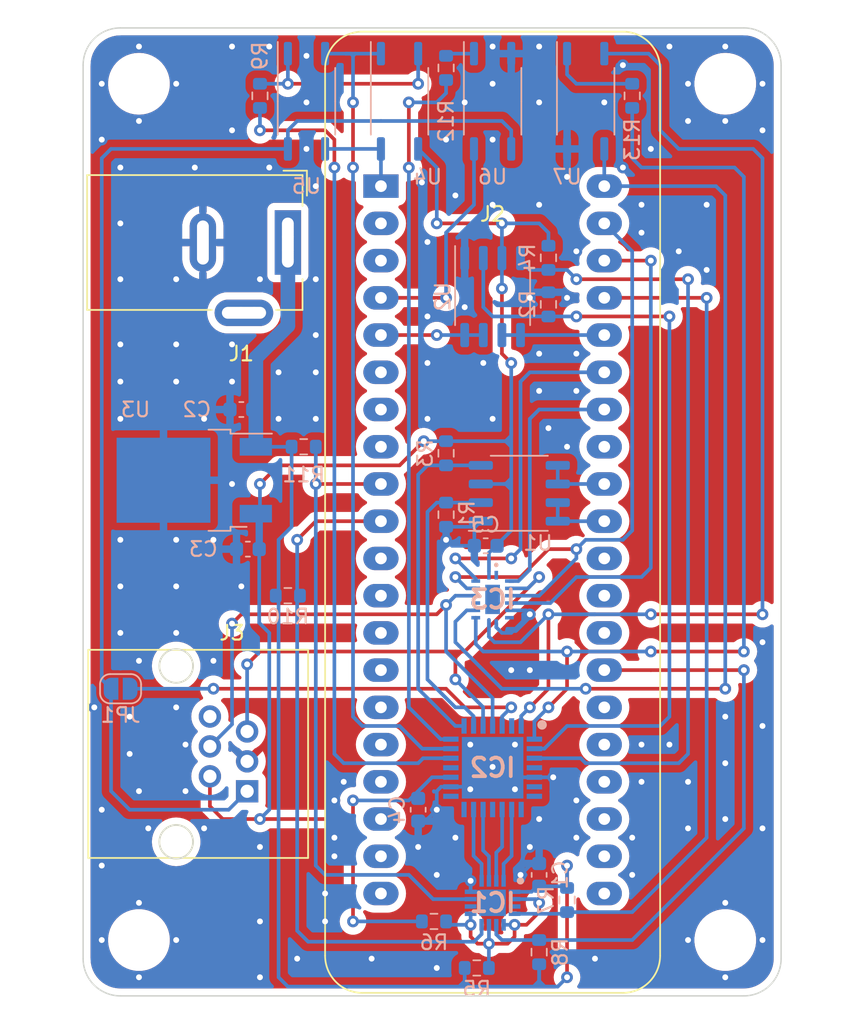
<source format=kicad_pcb>
(kicad_pcb (version 20211014) (generator pcbnew)
  (layers (0 "F.Cu" signal) (31 "B.Cu" signal) (34 "B.Paste" user) (35 "F.Paste" user) (36 "B.SilkS" user "B.Silkscreen") (37 "F.SilkS" user "F.Silkscreen") (38 "B.Mask" user) (39 "F.Mask" user) (44 "Edge.Cuts" user))
  (net 0 "")
  (net 1 "+9V")
  (net 2 "GND")
  (net 3 "+5V")
  (net 4 "/Vref")
  (net 6 "/Check8")
  (net 7 "/Check28")
  (net 8 "/Check18")
  (net 10 "/Check20")
  (net 11 "/Check20_DET")
  (net 12 "/Check18_DET")
  (net 13 "/Check28_DET")
  (net 14 "/Check8_DET")
  (net 18 "/B")
  (net 19 "/A")
  (net 20 "/VDD8_CTL")
  (net 21 "/VSS28_CTL")
  (net 22 "/VDD28_CTL")
  (net 23 "/MCLR8-18_CTL")
  (net 24 "/MCLR28_CTL")
  (net 27 "/VSS18_CTL")
  (net 28 "/VDD18_CTL")
  (net 29 "/PGC")
  (net 30 "/PGD")
  (net 31 "Net-(IC2-Pad26)")
  (net 34 "/PGC18")
  (net 35 "/PGD8-PGC28")
  (net 36 "/PGC8")
  (net 38 "/VSS8-PGD28")
  (net 40 "/PGD18")
  (net 43 "/VDD8-MCLR28")
  (net 46 "/MCLR8-18")
  (net 47 "/VSS18")
  (net 70 "/VSS28")
  (net 71 "/VDD28")
  (net 73 "/VDD18")
  (net 74 "/MCLR")
  (net 76 "Net-(R9-Pad1)")
  (net 77 "Net-(R12-Pad2)")
  (net 78 "Net-(R13-Pad2)")
  (footprint "MountingHole:MountingHole_3.2mm_M3" (layer "F.Cu") (at 97.79 109.855)
    (fp_text reference "REF**" hide)
    (fp_text value "MountingHole_3.2mm_M3")
  )
  (footprint "MountingHole:MountingHole_3.2mm_M3" (layer "F.Cu") (at 137.795 109.855)
    (fp_text reference "REF**" hide)
    (fp_text value "MountingHole_3.2mm_M3")
  )
  (footprint "lib:ZIF" (layer "F.Cu") (at 114.3 58.42)
    (fp_text reference "J2")
    (fp_text value "ZIF")
  )
  (footprint "MountingHole:MountingHole_3.2mm_M3" (layer "F.Cu") (at 97.79 51.435)
    (fp_text reference "REF**" hide)
    (fp_text value "MountingHole_3.2mm_M3")
  )
  (footprint "Connector_BarrelJack:BarrelJack_Wuerth_6941xx301002" (layer "F.Cu") (at 107.95 62.265 -90)
    (fp_text reference "J1")
    (fp_text value "Barrel_Jack_Switch")
  )
  (footprint "lib:6P6C" (layer "F.Cu") (at 100.33 97.155 -90)
    (fp_text reference "J3")
    (fp_text value "RJ12")
  )
  (footprint "MountingHole:MountingHole_3.2mm_M3" (layer "F.Cu") (at 137.795 51.435)
    (fp_text reference "REF**" hide)
    (fp_text value "MountingHole_3.2mm_M3")
  )
  (footprint "Package_SO:SOP-8_3.9x4.9mm_P1.27mm" (layer "B.Cu") (at 121.92 65.955 -90)
    (fp_text reference "U2")
    (fp_text value "TCP8407")
  )
  (footprint "lib:QFN50P300X300X100-17N" (layer "B.Cu") (at 121.92 107.315 180)
    (fp_text reference "IC1")
    (fp_text value "LM2901Q4T" hide)
  )
  (footprint "Resistor_SMD:R_0603_1608Metric" (layer "B.Cu") (at 125.095 110.68 90)
    (fp_text reference "R8")
    (fp_text value "10k")
  )
  (footprint "Resistor_SMD:R_0603_1608Metric" (layer "B.Cu") (at 131.445 52.26 90)
    (fp_text reference "R13")
    (fp_text value "390")
  )
  (footprint "Resistor_SMD:R_0603_1608Metric" (layer "B.Cu") (at 127 107.125 -90)
    (fp_text reference "R7")
    (fp_text value "10k")
  )
  (footprint "Capacitor_SMD:C_0603_1608Metric" (layer "B.Cu") (at 105.22 83.185 180)
    (fp_text reference "C3")
    (fp_text value "2.2u")
  )
  (footprint "Jumper:SolderJumper-2_P1.3mm_Open_RoundedPad1.0x1.5mm" (layer "B.Cu") (at 96.535 92.71)
    (fp_text reference "JP1")
    (fp_text value "SolderJumper")
  )
  (footprint "Capacitor_SMD:C_0603_1608Metric" (layer "B.Cu") (at 125.095 105.41 90)
    (fp_text reference "C1")
    (fp_text value "0.1u")
  )
  (footprint "Resistor_SMD:R_0603_1608Metric" (layer "B.Cu") (at 125.73 66.485 -90)
    (fp_text reference "R2")
    (fp_text value "10k")
  )
  (footprint "Package_SO:SOIC-4_4.55x3.7mm_P2.54mm" (layer "B.Cu") (at 128.27 52.63 -90)
    (fp_text reference "U7")
    (fp_text value "TLP172AM")
  )
  (footprint "Resistor_SMD:R_0603_1608Metric" (layer "B.Cu") (at 118.745 80.835 90)
    (fp_text reference "R1")
    (fp_text value "10k")
  )
  (footprint "lib:QFN65P600X600X100-29N-D" (layer "B.Cu") (at 121.92 98.1 180)
    (fp_text reference "IC2")
    (fp_text value "PIC18F27Q10-I_ML" hide)
  )
  (footprint "Resistor_SMD:R_0603_1608Metric" (layer "B.Cu") (at 118.745 76.645 -90)
    (fp_text reference "R3")
    (fp_text value "10k")
  )
  (footprint "Resistor_SMD:R_0603_1608Metric" (layer "B.Cu") (at 125.73 63.31 -90)
    (fp_text reference "R4")
    (fp_text value "10k")
  )
  (footprint "Resistor_SMD:R_0603_1608Metric" (layer "B.Cu") (at 109.03 76.2)
    (fp_text reference "R11")
    (fp_text value "10k")
  )
  (footprint "Resistor_SMD:R_0603_1608Metric" (layer "B.Cu") (at 120.84 111.76)
    (fp_text reference "R5")
    (fp_text value "10k")
  )
  (footprint "Resistor_SMD:R_0603_1608Metric" (layer "B.Cu") (at 106.045 52.26 -90)
    (fp_text reference "R9")
    (fp_text value "390")
  )
  (footprint "lib:TMUX1309BQBR" (layer "B.Cu") (at 121.92 86.614 180)
    (fp_text reference "IC3")
    (fp_text value "TMUX1309BQBR" hide)
  )
  (footprint "Package_TO_SOT_SMD:TO-252-2" (layer "B.Cu") (at 101.565 78.485 180)
    (fp_text reference "U3")
    (fp_text value locked "NJM2845")
  )
  (footprint "Resistor_SMD:R_0603_1608Metric" (layer "B.Cu") (at 118.745 50.355 90)
    (fp_text reference "R12")
    (fp_text value "390")
  )
  (footprint "Capacitor_SMD:C_0603_1608Metric" (layer "B.Cu") (at 116.84 100.965 -90)
    (fp_text reference "C4")
    (fp_text value "0.1u")
  )
  (footprint "Package_SO:SOP-8_3.9x4.9mm_P1.27mm" (layer "B.Cu") (at 123.74 79.375)
    (fp_text reference "U1")
    (fp_text value "TCP8407")
  )
  (footprint "Resistor_SMD:R_0603_1608Metric" (layer "B.Cu") (at 117.92 108.585)
    (fp_text reference "R6")
    (fp_text value "10k")
  )
  (footprint "Package_SO:SOIC-4_4.55x3.7mm_P2.54mm" (layer "B.Cu") (at 109.22 52.63 -90)
    (fp_text reference "U5")
    (fp_text value "TLP172AM")
  )
  (footprint "Package_SO:SOIC-4_4.55x3.7mm_P2.54mm" (layer "B.Cu") (at 115.57 52.63 -90)
    (fp_text reference "U4")
    (fp_text value "TLP172AM")
  )
  (footprint "Package_SO:SOIC-4_4.55x3.7mm_P2.54mm" (layer "B.Cu") (at 121.92 52.63 -90)
    (fp_text reference "U6")
    (fp_text value "TLP172AM")
  )
  (footprint "Capacitor_SMD:C_0603_1608Metric" (layer "B.Cu") (at 104.775 73.66 180)
    (fp_text reference "C2")
    (fp_text value "0.33u")
  )
  (footprint "Capacitor_SMD:C_0603_1608Metric" (layer "B.Cu") (at 121.4498 82.9564 180)
    (fp_text reference "C5")
    (fp_text value "0.1u")
  )
  (footprint "Resistor_SMD:R_0603_1608Metric" (layer "B.Cu") (at 107.95 86.36)
    (fp_text reference "R10")
    (fp_text value "10k")
  )
  (gr_arc locked (start 141.605 111.125) (mid 140.861051 112.921051) (end 139.065 113.665) (layer "Edge.Cuts") (width 0.1))
  (gr_circle (center 102.1588 62.3118) (end 102.5088 62.3118) (layer "Edge.Cuts") (width 0.1) (fill none))
  (gr_circle (center 107.95 61.4878) (end 108.3 61.4878) (layer "Edge.Cuts") (width 0.1) (fill none))
  (gr_circle (center 107.95 62.007) (end 108.3 62.007) (layer "Edge.Cuts") (width 0.1) (fill none))
  (gr_circle (center 102.1588 62.0466) (end 102.5088 62.0466) (layer "Edge.Cuts") (width 0.1) (fill none))
  (gr_circle (center 102.1588 62.992) (end 102.5088 62.992) (layer "Edge.Cuts") (width 0.1) (fill none))
  (gr_circle locked (center 100.33 91.155) (end 101.48 91.155) (layer "Edge.Cuts") (width 0.1) (fill none))
  (gr_circle (center 107.95 63.1952) (end 108.3 63.1952) (layer "Edge.Cuts") (width 0.1) (fill none))
  (gr_circle (center 105.6386 67.056) (end 105.6386 66.706) (layer "Edge.Cuts") (width 0.1) (fill none))
  (gr_circle locked (center 100.33 103.155) (end 101.48 103.155) (layer "Edge.Cuts") (width 0.1) (fill none))
  (gr_circle (center 102.1588 62.8142) (end 102.5088 62.8142) (layer "Edge.Cuts") (width 0.1) (fill none))
  (gr_circle (center 102.1588 61.7926) (end 102.5088 61.7926) (layer "Edge.Cuts") (width 0.1) (fill none))
  (gr_circle (center 107.95 61.88) (end 108.3 61.88) (layer "Edge.Cuts") (width 0.1) (fill none))
  (gr_circle (center 105.0092 67.056) (end 105.0092 66.706) (layer "Edge.Cuts") (width 0.1) (fill none))
  (gr_circle (center 107.95 62.7634) (end 108.3 62.7634) (layer "Edge.Cuts") (width 0.1) (fill none))
  (gr_circle (center 102.1588 62.1848) (end 102.5088 62.1848) (layer "Edge.Cuts") (width 0.1) (fill none))
  (gr_circle (center 104.8822 67.056) (end 104.8822 66.706) (layer "Edge.Cuts") (width 0.1) (fill none))
  (gr_circle (center 107.95 62.5094) (end 108.3 62.5094) (layer "Edge.Cuts") (width 0.1) (fill none))
  (gr_circle (center 102.1588 61.4172) (end 102.5088 61.4172) (layer "Edge.Cuts") (width 0.1) (fill none))
  (gr_circle (center 102.1588 63.373) (end 102.5088 63.373) (layer "Edge.Cuts") (width 0.1) (fill none))
  (gr_circle (center 104.617 67.056) (end 104.617 66.706) (layer "Edge.Cuts") (width 0.1) (fill none))
  (gr_circle (center 107.95 62.261) (end 108.3 62.261) (layer "Edge.Cuts") (width 0.1) (fill none))
  (gr_circle (center 107.95 63.4492) (end 108.3 63.4492) (layer "Edge.Cuts") (width 0.1) (fill none))
  (gr_circle (center 104.2416 67.056) (end 104.2416 66.706) (layer "Edge.Cuts") (width 0.1) (fill none))
  (gr_circle (center 104.7552 67.056) (end 104.7552 66.706) (layer "Edge.Cuts") (width 0.1) (fill none))
  (gr_circle (center 102.1588 62.6872) (end 102.5088 62.6872) (layer "Edge.Cuts") (width 0.1) (fill none))
  (gr_line locked (start 139.065 113.665) (end 96.52 113.665) (layer "Edge.Cuts") (width 0.1))
  (gr_circle (center 102.1588 61.9196) (end 102.5088 61.9196) (layer "Edge.Cuts") (width 0.1) (fill none))
  (gr_circle (center 107.95 62.6364) (end 108.3 62.6364) (layer "Edge.Cuts") (width 0.1) (fill none))
  (gr_circle (center 102.1588 62.0578) (end 102.5088 62.0578) (layer "Edge.Cuts") (width 0.1) (fill none))
  (gr_circle (center 107.95 62.3824) (end 108.3 62.3824) (layer "Edge.Cuts") (width 0.1) (fill none))
  (gr_circle (center 102.1588 61.2902) (end 102.5088 61.2902) (layer "Edge.Cuts") (width 0.1) (fill none))
  (gr_circle (center 105.5116 67.056) (end 105.5116 66.706) (layer "Edge.Cuts") (width 0.1) (fill none))
  (gr_circle (center 104.744 67.056) (end 104.744 66.706) (layer "Edge.Cuts") (width 0.1) (fill none))
  (gr_circle (center 103.8606 67.056) (end 103.8606 66.706) (layer "Edge.Cuts") (width 0.1) (fill none))
  (gr_arc locked (start 139.065 47.625) (mid 140.861051 48.368949) (end 141.605 50.165) (layer "Edge.Cuts") (width 0.1))
  (gr_circle (center 107.95 63.5762) (end 108.3 63.5762) (layer "Edge.Cuts") (width 0.1) (fill none))
  (gr_circle (center 107.95 61.7418) (end 108.3 61.7418) (layer "Edge.Cuts") (width 0.1) (fill none))
  (gr_circle (center 107.95 63.0682) (end 108.3 63.0682) (layer "Edge.Cuts") (width 0.1) (fill none))
  (gr_circle (center 104.363 67.056) (end 104.363 66.706) (layer "Edge.Cuts") (width 0.1) (fill none))
  (gr_circle (center 107.95 62.9412) (end 108.3 62.9412) (layer "Edge.Cuts") (width 0.1) (fill none))
  (gr_circle (center 107.95 62.134) (end 108.3 62.134) (layer "Edge.Cuts") (width 0.1) (fill none))
  (gr_line locked (start 96.52 47.625) (end 139.065 47.625) (layer "Edge.Cuts") (width 0.1))
  (gr_circle (center 105.8164 67.056) (end 105.8164 66.706) (layer "Edge.Cuts") (width 0.1) (fill none))
  (gr_circle (center 106.0704 67.056) (end 106.0704 66.706) (layer "Edge.Cuts") (width 0.1) (fill none))
  (gr_circle (center 107.95 61.6148) (end 108.3 61.6148) (layer "Edge.Cuts") (width 0.1) (fill none))
  (gr_circle (center 107.95 63.4492) (end 108.3 63.4492) (layer "Edge.Cuts") (width 0.1) (fill none))
  (gr_arc locked (start 93.98 50.165) (mid 94.723949 48.368949) (end 96.52 47.625) (layer "Edge.Cuts") (width 0.1))
  (gr_circle (center 103.9876 67.056) (end 103.9876 66.706) (layer "Edge.Cuts") (width 0.1) (fill none))
  (gr_circle (center 107.95 61.1124) (end 108.3 61.1124) (layer "Edge.Cuts") (width 0.1) (fill none))
  (gr_circle (center 105.2576 67.056) (end 105.2576 66.706) (layer "Edge.Cuts") (width 0.1) (fill none))
  (gr_arc locked (start 96.52 113.665) (mid 94.723949 112.921051) (end 93.98 111.125) (layer "Edge.Cuts") (width 0.1))
  (gr_circle (center 102.1588 61.6656) (end 102.5088 61.6656) (layer "Edge.Cuts") (width 0.1) (fill none))
  (gr_circle (center 105.1362 67.056) (end 105.1362 66.706) (layer "Edge.Cuts") (width 0.1) (fill none))
  (gr_circle (center 107.95 62.8142) (end 108.3 62.8142) (layer "Edge.Cuts") (width 0.1) (fill none))
  (gr_circle (center 105.3846 67.056) (end 105.3846 66.706) (layer "Edge.Cuts") (width 0.1) (fill none))
  (gr_circle (center 105.9434 67.056) (end 105.9434 66.706) (layer "Edge.Cuts") (width 0.1) (fill none))
  (gr_circle (center 107.95 61.8688) (end 108.3 61.8688) (layer "Edge.Cuts") (width 0.1) (fill none))
  (gr_circle (center 104.1146 67.056) (end 104.1146 66.706) (layer "Edge.Cuts") (width 0.1) (fill none))
  (gr_circle (center 107.95 61.2394) (end 108.3 61.2394) (layer "Edge.Cuts") (width 0.1) (fill none))
  (gr_line locked (start 93.98 50.165) (end 93.98 111.125) (layer "Edge.Cuts") (width 0.1))
  (gr_circle (center 105.6894 67.056) (end 105.6894 66.706) (layer "Edge.Cuts") (width 0.1) (fill none))
  (gr_circle (center 102.1588 62.4388) (end 102.5088 62.4388) (layer "Edge.Cuts") (width 0.1) (fill none))
  (gr_circle (center 102.1588 62.9412) (end 102.5088 62.9412) (layer "Edge.Cuts") (width 0.1) (fill none))
  (gr_line locked (start 141.605 50.165) (end 141.605 111.125) (layer "Edge.Cuts") (width 0.1))
  (gr_circle (center 107.95 63.3222) (end 108.3 63.3222) (layer "Edge.Cuts") (width 0.1) (fill none))
  (gr_circle (center 102.1588 61.5442) (end 102.5088 61.5442) (layer "Edge.Cuts") (width 0.1) (fill none))
  (gr_circle (center 102.1588 63.246) (end 102.5088 63.246) (layer "Edge.Cuts") (width 0.1) (fill none))
  (gr_circle (center 102.1588 62.5602) (end 102.5088 62.5602) (layer "Edge.Cuts") (width 0.1) (fill none))
  (gr_circle (center 102.1588 63.119) (end 102.5088 63.119) (layer "Edge.Cuts") (width 0.1) (fill none))
  (gr_circle (center 102.1588 61.1632) (end 102.5088 61.1632) (layer "Edge.Cuts") (width 0.1) (fill none))
  (gr_circle (center 107.95 61.3664) (end 108.3 61.3664) (layer "Edge.Cuts") (width 0.1) (fill none))
  (gr_circle (center 104.49 67.056) (end 104.49 66.706) (layer "Edge.Cuts") (width 0.1) (fill none))
  (gr_circle (center 107.95 60.9854) (end 108.3 60.9854) (layer "Edge.Cuts") (width 0.1) (fill none))
  (segment (start 127 104.775) (end 127 112.395) (width 0.25) (layer "F.Cu") (net 1))
  (via (at 127 112.395) (size 0.8) (drill 0.4) (layers "F.Cu" "B.Cu") (net 1))
  (via (at 127 104.775) (size 0.8) (drill 0.4) (layers "F.Cu" "B.Cu") (net 1))
  (segment (start 127 106.3) (end 127 104.775) (width 0.25) (layer "B.Cu") (net 1))
  (segment (start 125.095 112.649) (end 125.476 113.03) (width 0.25) (layer "B.Cu") (net 1))
  (segment (start 120.015 112.649) (end 120.396 113.03) (width 0.25) (layer "B.Cu") (net 1))
  (segment (start 124.714 113.03) (end 125.095 113.03) (width 0.25) (layer "B.Cu") (net 1))
  (segment (start 127 112.395) (end 126.365 113.03) (width 0.25) (layer "B.Cu") (net 1))
  (segment (start 125.095 113.03) (end 125.476 113.03) (width 0.25) (layer "B.Cu") (net 1))
  (segment (start 120.015 112.649) (end 119.634 113.03) (width 0.25) (layer "B.Cu") (net 1))
  (segment (start 124.575 106.565) (end 125.095 106.045) (width 0.25) (layer "B.Cu") (net 1))
  (segment (start 123.42 106.565) (end 124.575 106.565) (width 0.25) (layer "B.Cu") (net 1))
  (segment (start 120.015 112.395) (end 120.015 112.522) (width 0.25) (layer "B.Cu") (net 1))
  (segment (start 108.205 81.66) (end 107.315 82.55) (width 0.25) (layer "B.Cu") (net 1))
  (segment (start 107.315 82.55) (end 107.315 112.395) (width 0.25) (layer "B.Cu") (net 1))
  (segment (start 107.125 86.36) (end 107.315 86.36) (width 0.25) (layer "B.Cu") (net 1))
  (segment (start 119.634 113.03) (end 107.95 113.03) (width 0.25) (layer "B.Cu") (net 1))
  (segment (start 120.015 113.03) (end 120.396 113.03) (width 0.25) (layer "B.Cu") (net 1))
  (segment (start 125.095 111.505) (end 125.095 113.03) (width 0.25) (layer "B.Cu") (net 1))
  (segment (start 125.476 113.03) (end 126.365 113.03) (width 0.25) (layer "B.Cu") (net 1))
  (segment (start 120.015 113.03) (end 119.634 113.03) (width 0.25) (layer "B.Cu") (net 1))
  (segment (start 120.015 112.522) (end 120.015 113.03) (width 0.25) (layer "B.Cu") (net 1))
  (segment (start 125.095 106.185) (end 126.86 106.185) (width 0.25) (layer "B.Cu") (net 1))
  (segment (start 120.015 112.395) (end 120.015 112.649) (width 0.25) (layer "B.Cu") (net 1))
  (segment (start 105.765 76.205) (end 107.945 76.205) (width 0.25) (layer "B.Cu") (net 1))
  (segment (start 105.765 70.13) (end 107.95 67.945) (width 1) (layer "B.Cu") (net 1))
  (segment (start 107.95 113.03) (end 107.315 112.395) (width 0.25) (layer "B.Cu") (net 1))
  (segment (start 120.396 113.03) (end 124.714 113.03) (width 0.25) (layer "B.Cu") (net 1))
  (segment (start 105.765 76.205) (end 105.765 70.13) (width 1) (layer "B.Cu") (net 1))
  (segment (start 125.095 111.505) (end 125.095 112.649) (width 0.25) (layer "B.Cu") (net 1))
  (segment (start 125.095 112.649) (end 124.714 113.03) (width 0.25) (layer "B.Cu") (net 1))
  (segment (start 120.015 112.522) (end 120.015 112.649) (width 0.25) (layer "B.Cu") (net 1))
  (segment (start 107.95 62.265) (end 107.95 67.945) (width 1) (layer "B.Cu") (net 1))
  (segment (start 120.015 111.76) (end 120.015 112.395) (width 0.25) (layer "B.Cu") (net 1))
  (segment (start 108.205 76.2) (end 108.205 81.66) (width 0.25) (layer "B.Cu") (net 1))
  (segment (start 127.635 85.09) (end 127.635 87.63) (width 0.25) (layer "F.Cu") (net 2))
  (segment (start 124.46 87.63) (end 127 85.09) (width 0.25) (layer "F.Cu") (net 2))
  (segment (start 127.635 87.63) (end 127.635 88.9) (width 0.25) (layer "F.Cu") (net 2))
  (segment (start 128.27 90.17) (end 131.445 90.17) (width 0.25) (layer "F.Cu") (net 2))
  (segment (start 127.635 85.09) (end 132.08 85.09) (width 0.25) (layer "F.Cu") (net 2))
  (segment (start 127.635 89.535) (end 128.27 90.17) (width 0.25) (layer "F.Cu") (net 2))
  (segment (start 127 85.09) (end 127.635 85.09) (width 0.25) (layer "F.Cu") (net 2))
  (segment (start 127.635 88.9) (end 127.635 89.535) (width 0.25) (layer "F.Cu") (net 2))
  (segment (start 127.635 87.63) (end 131.445 87.63) (width 0.25) (layer "F.Cu") (net 2))
  (via (at 96.52 71.755) (size 0.8) (drill 0.4) (layers "F.Cu" "B.Cu") (net 2))
  (via (at 111.125 100.33) (size 0.8) (drill 0.4) (layers "F.Cu" "B.Cu") (net 2))
  (via (at 107.315 74.295) (size 0.8) (drill 0.4) (layers "F.Cu" "B.Cu") (net 2))
  (via (at 132.08 96.52) (size 0.8) (drill 0.4) (layers "F.Cu" "B.Cu") (net 2))
  (via (at 106.68 48.895) (size 0.8) (drill 0.4) (layers "F.Cu" "B.Cu") (net 2))
  (via (at 100.965 96.52) (size 0.8) (drill 0.4) (layers "F.Cu" "B.Cu") (net 2))
  (via (at 121.92 51.435) (size 0.8) (drill 0.4) (layers "F.Cu" "B.Cu") (net 2))
  (via (at 100.33 71.755) (size 0.8) (drill 0.4) (layers "F.Cu" "B.Cu") (net 2))
  (via (at 106.045 64.77) (size 0.8) (drill 0.4) (layers "F.Cu" "B.Cu") (net 2))
  (via (at 102.87 90.805) (size 0.8) (drill 0.4) (layers "F.Cu" "B.Cu") (net 2))
  (via (at 124.46 103.505) (size 0.8) (drill 0.4) (layers "F.Cu" "B.Cu") (net 2))
  (via (at 100.33 82.55) (size 0.8) (drill 0.4) (layers "F.Cu" "B.Cu") (net 2))
  (via (at 132.08 99.06) (size 0.8) (drill 0.4) (layers "F.Cu" "B.Cu") (net 2))
  (via (at 137.795 48.895) (size 0.8) (drill 0.4) (layers "F.Cu" "B.Cu") (net 2))
  (via (at 97.155 94.615) (size 0.8) (drill 0.4) (layers "F.Cu" "B.Cu") (net 2))
  (via (at 111.76 99.06) (size 0.8) (drill 0.4) (layers "F.Cu" "B.Cu") (net 2))
  (via (at 118.745 82.55) (size 0.8) (drill 0.4) (layers "F.Cu" "B.Cu") (net 2))
  (via (at 121.285 70.485) (size 0.8) (drill 0.4) (layers "F.Cu" "B.Cu") (net 2))
  (via (at 121.92 74.295) (size 0.8) (drill 0.4) (layers "F.Cu" "B.Cu") (net 2))
  (via (at 117.475 70.485) (size 0.8) (drill 0.4) (layers "F.Cu" "B.Cu") (net 2))
  (via (at 97.79 48.895) (size 0.8) (drill 0.4) (layers "F.Cu" "B.Cu") (net 2))
  (via (at 127.635 100.33) (size 0.8) (drill 0.4) (layers "F.Cu" "B.Cu") (net 2))
  (via (at 97.79 107.315) (size 0.8) (drill 0.4) (layers "F.Cu" "B.Cu") (net 2))
  (via (at 132.08 61.595) (size 0.8) (drill 0.4) (layers "F.Cu" "B.Cu") (net 2))
  (via (at 132.715 55.88) (size 0.8) (drill 0.4) (layers "F.Cu" "B.Cu") (net 2))
  (via (at 96.52 64.77) (size 0.8) (drill 0.4) (layers "F.Cu" "B.Cu") (net 2))
  (via (at 127 76.2) (size 0.8) (drill 0.4) (layers "F.Cu" "B.Cu") (net 2))
  (via (at 125.73 74.93) (size 0.8) (drill 0.4) (layers "F.Cu" "B.Cu") (net 2))
  (via (at 140.335 54.61) (size 0.8) (drill 0.4) (layers "F.Cu" "B.Cu") (net 2))
  (via (at 100.33 51.435) (size 0.8) (drill 0.4) (layers "F.Cu" "B.Cu") (net 2))
  (via (at 124.46 66.04) (size 0.8) (drill 0.4) (layers "F.Cu" "B.Cu") (net 2))
  (via (at 128.905 111.125) (size 0.8) (drill 0.4) (layers "F.Cu" "B.Cu") (net 2))
  (via (at 120.015 52.705) (size 0.8) (drill 0.4) (layers "F.Cu" "B.Cu") (net 2))
  (via (at 104.14 48.895) (size 0.8) (drill 0.4) (layers "F.Cu" "B.Cu") (net 2))
  (via (at 120.396 99.568) (size 0.8) (drill 0.4) (layers "F.Cu" "B.Cu") (net 2))
  (via (at 140.335 102.235) (size 0.8) (drill 0.4) (layers "F.Cu" "B.Cu") (net 2))
  (via (at 140.335 109.855) (size 0.8) (drill 0.4) (layers "F.Cu" "B.Cu") (net 2))
  (via (at 97.79 112.395) (size 0.8) (drill 0.4) (layers "F.Cu" "B.Cu") (net 2))
  (via (at 127.635 102.87) (size 0.8) (drill 0.4) (layers "F.Cu" "B.Cu") (net 2))
  (via (at 98.425 102.235) (size 0.8) (drill 0.4) (layers "F.Cu" "B.Cu") (net 2))
  (via (at 106.045 103.505) (size 0.8) (drill 0.4) (layers "F.Cu" "B.Cu") (net 2))
  (via (at 104.14 78.74) (size 0.8) (drill 0.4) (layers "F.Cu" "B.Cu") (net 2))
  (via (at 96.52 88.9) (size 0.8) (drill 0.4) (layers "F.Cu" "B.Cu") (net 2))
  (via (at 123.825 105.41) (size 0.8) (drill 0.4) (layers "F.Cu" "B.Cu") (net 2))
  (via (at 130.81 50.165) (size 0.8) (drill 0.4) (layers "F.Cu" "B.Cu") (net 2))
  (via (at 100.33 88.9) (size 0.8) (drill 0.4) (layers "F.Cu" "B.Cu") (net 2))
  (via (at 132.08 59.69) (size 0.8) (drill 0.4) (layers "F.Cu" "B.Cu") (net 2))
  (via (at 137.795 97.79) (size 0.8) (drill 0.4) (layers "F.Cu" "B.Cu") (net 2))
  (via (at 113.665 111.125) (size 0.8) (drill 0.4) (layers "F.Cu" "B.Cu") (net 2))
  (via (at 104.775 85.725) (size 0.8) (drill 0.4) (layers "F.Cu" "B.Cu") (net 2))
  (via (at 94.742 93.98) (size 0.8) (drill 0.4) (layers "F.Cu" "B.Cu") (net 2))
  (via (at 111.125 102.87) (size 0.8) (drill 0.4) (layers "F.Cu" "B.Cu") (net 2))
  (via (at 137.795 112.395) (size 0.8) (drill 0.4) (layers "F.Cu" "B.Cu") (net 2))
  (via (at 97.79 53.975) (size 0.8) (drill 0.4) (layers "F.Cu" "B.Cu") (net 2))
  (via (at 130.81 57.15) (size 0.8) (drill 0.4) (layers "F.Cu" "B.Cu") (net 2))
  (via (at 102.235 102.235) (size 0.8) (drill 0.4) (layers "F.Cu" "B.Cu") (net 2))
  (via (at 137.795 94.615) (size 0.8) (drill 0.4) (layers "F.Cu" "B.Cu") (net 2))
  (via (at 109.22 55.88) (size 0.8) (drill 0.4) (layers "F.Cu" "B.Cu") (net 2))
  (via (at 116.84 103.505) (size 0.8) (drill 0.4) (layers "F.Cu" "B.Cu") (net 2))
  (via (at 95.25 55.245) (size 0.8) (drill 0.4) (layers "F.Cu" "B.Cu") (net 2))
  (via (at 95.25 104.775) (size 0.8) (drill 0.4) (layers "F.Cu" "B.Cu") (net 2))
  (via (at 102.87 82.55) (size 0.8) (drill 0.4) (layers "F.Cu" "B.Cu") (net 2))
  (via (at 106.68 57.15) (size 0.8) (drill 0.4) (layers "F.Cu" "B.Cu") (net 2))
  (via (at 100.33 69.215) (size 0.8) (drill 0.4) (layers "F.Cu" "B.Cu") (net 2))
  (via (at 125.095 72.39) (size 0.8) (drill 0.4) (layers "F.Cu" "B.Cu") (net 2))
  (via (at 136.525 64.135) (size 0.8) (drill 0.4) (layers "F.Cu" "B.Cu") (net 2))
  (via (at 96.52 69.215) (size 0.8) (drill 0.4) (layers "F.Cu" "B.Cu") (net 2))
  (via (at 97.155 97.155) (size 0.8) (drill 0.4) (layers "F.Cu" "B.Cu") (net 2))
  (via (at 135.255 51.435) (size 0.8) (drill 0.4) (layers "F.Cu" "B.Cu") (net 2))
  (via (at 104.14 54.61) (size 0.8) (drill 0.4) (layers "F.Cu" "B.Cu") (net 2))
  (via (at 96.52 57.15) (size 0.8) (drill 0.4) (layers "F.Cu" "B.Cu") (net 2))
  (via (at 136.525 59.69) (size 0.8) (drill 0.4) (layers "F.Cu" "B.Cu") (net 2))
  (via (at 121.92 48.895) (size 0.8) (drill 0.4) (layers "F.Cu" "B.Cu") (net 2))
  (via (at 109.22 52.705) (size 0.8) (drill 0.4) (layers "F.Cu" "B.Cu") (net 2))
  (via (at 135.255 109.855) (size 0.8) (drill 0.4) (layers "F.Cu" "B.Cu") (net 2))
  (via (at 133.985 48.895) (size 0.8) (drill 0.4) (layers "F.Cu" "B.Cu") (net 2))
  (via (at 109.855 74.295) (size 0.8) (drill 0.4) (layers "F.Cu" "B.Cu") (net 2))
  (via (at 135.255 99.06) (size 0.8) (drill 0.4) (layers "F.Cu" "B.Cu") (net 2))
  (via (at 100.33 93.98) (size 0.8) (drill 0.4) (layers "F.Cu" "B.Cu") (net 2))
  (via (at 121.92 55.245) (size 0.8) (drill 0.4) (layers "F.Cu" "B.Cu") (net 2))
  (via (at 118.745 55.245) (size 0.8) (drill 0.4) (layers "F.Cu" "B.Cu") (net 2))
  (via (at 95.25 51.435) (size 0.8) (drill 0.4) (layers "F.Cu" "B.Cu") (net 2))
  (via (at 117.475 74.295) (size 0.8) (drill 0.4) (layers "F.Cu" "B.Cu") (net 2))
  (via (at 95.25 109.855) (size 0.8) (drill 0.4) (layers "F.Cu" "B.Cu") (net 2))
  (via (at 109.855 68.58) (size 0.8) (drill 0.4) (layers "F.Cu" "B.Cu") (net 2))
  (via (at 127 57.785) (size 0.8) (drill 0.4) (layers "F.Cu" "B.Cu") (net 2))
  (via (at 118.11 105.41) (size 0.8) (drill 0.4) (layers "F.Cu" "B.Cu") (net 2))
  (via (at 100.33 85.725) (size 0.8) (drill 0.4) (layers "F.Cu" "B.Cu") (net 2))
  (via (at 102.235 74.295) (size 0.8) (drill 0.4) (layers "F.Cu" "B.Cu") (net 2))
  (via (at 119.38 102.87) (size 0.8) (drill 0.4) (layers "F.Cu" "B.Cu") (net 2))
  (via (at 134.62 62.865) (size 0.8) (drill 0.4) (layers "F.Cu" "B.Cu") (net 2))
  (via (at 96.52 74.295) (size 0.8) (drill 0.4) (layers "F.Cu" "B.Cu") (net 2))
  (via (at 125.095 101.6) (size 0.8) (drill 0.4) (layers "F.Cu" "B.Cu") (net 2))
  (via (at 120.015 66.675) (size 0.8) (drill 0.4) (layers "F.Cu" "B.Cu") (net 2))
  (via (at 129.54 52.705) (size 0.8) (drill 0.4) (layers "F.Cu" "B.Cu") (net 2))
  (via (at 119.38 59.055) (size 0.8) (drill 0.4) (layers "F.Cu" "B.Cu") (net 2))
  (via (at 109.855 71.12) (size 0.8) (drill 0.4) (layers "F.Cu" "B.Cu") (net 2))
  (via (at 126.055 98.75) (size 0.8) (drill 0.4) (layers "F.Cu" "B.Cu") (net 2))
  (via (at 125.095 69.85) (size 0.8) (drill 0.4) (layers "F.Cu" "B.Cu") (net 2))
  (via (at 101.6 57.15) (size 0.8) (drill 0.4) (layers "F.Cu" "B.Cu") (net 2))
  (via (at 123.19 91.44) (size 0.8) (drill 0.4) (layers "F.Cu" "B.Cu") (net 2))
  (via (at 123.444 99.568) (size 0.8) (drill 0.4) (layers "F.Cu" "B.Cu") (net 2))
  (via (at 109.855 58.42) (size 0.8) (drill 0.4) (layers "F.Cu" "B.Cu") (net 2))
  (via (at 107.315 71.12) (size 0.8) (drill 0.4) (layers "F.Cu" "B.Cu") (net 2))
  (via (at 125.095 59.69) (size 0.8) (drill 0.4) (layers "F.Cu" "B.Cu") (net 2))
  (via (at 110.49 106.68) (size 0.8) (drill 0.4) (layers "F.Cu" "B.Cu") (net 2))
  (via (at 137.795 107.315) (size 0.8) (drill 0.4) (layers "F.Cu" "B.Cu") (net 2))
  (via (at 133.985 96.52) (size 0.8) (drill 0.4) (layers "F.Cu" "B.Cu") (net 2))
  (via (at 96.52 85.725) (size 0.8) (drill 0.4) (layers "F.Cu" "B.Cu") (net 2))
  (via (at 137.795 101.6) (size 0.8) (drill 0.4) (layers "F.Cu" "B.Cu") (net 2))
  (via (at 140.335 95.25) (size 0.8) (drill 0.4) (layers "F.Cu" "B.Cu") (net 2))
  (via (at 125.095 48.895) (size 0.8) (drill 0.4) (layers "F.Cu" "B.Cu") (net 2))
  (via (at 97.79 90.805) (size 0.8) (drill 0.4) (layers "F.Cu" "B.Cu") (net 2))
  (via (at 95.25 100.965) (size 0.8) (drill 0.4) (layers "F.Cu" "B.Cu") (net 2))
  (via (at 135.255 53.975) (size 0.8) (drill 0.4) (layers "F.Cu" "B.Cu") (net 2))
  (via (at 117.475 67.31) (size 0.8) (drill 0.4) (layers "F.Cu" "B.Cu") (net 2))
  (via (at 109.22 49.53) (size 0.8) (drill 0.4) (layers "F.Cu" "B.Cu") (net 2))
  (via (at 123.444 96.52) (size 0.8) (drill 0.4) (layers "F.Cu" "B.Cu") (net 2))
  (via (at 121.92 98.044) (size 0.8) (drill 0.4) (layers "F.Cu" "B.Cu") (net 2))
  (via (at 135.255 102.235) (size 0.8) (drill 0.4) (layers "F.Cu" "B.Cu") (net 2))
  (via (at 106.045 108.585) (size 0.8) (drill 0.4) (layers "F.Cu" "B.Cu") (net 2))
  (via (at 124.46 91.44) (size 0.8) (drill 0.4) (layers "F.Cu" "B.Cu") (net 2))
  (via (at 120.396 96.52) (size 0.8) (drill 0.4) (layers "F.Cu" "B.Cu") (net 2))
  (via (at 96.52 82.55) (size 0.8) (drill 0.4) (layers "F.Cu" "B.Cu") (net 2))
  (via (at 96.52 60.96) (size 0.8) (drill 0.4) (layers "F.Cu" "B.Cu") (net 2))
  (via (at 140.335 89.535) (size 0.8) (drill 0.4) (layers "F.Cu" "B.Cu") (net 2))
  (via (at 100.33 64.77) (size 0.8) (drill 0.4) (layers "F.Cu" "B.Cu") (net 2))
  (via (at 127.635 72.39) (size 0.8) (drill 0.4) (layers "F.Cu" "B.Cu") (net 2))
  (via (at 137.795 53.975) (size 0.8) (drill 0.4) (layers "F.Cu" "B.Cu") (net 2))
  (via (at 100.965 99.695) (size 0.8) (drill 0.4) (layers "F.Cu" "B.Cu") (net 2))
  (via (at 106.045 112.395) (size 0.8) (drill 0.4) (layers "F.Cu" "B.Cu") (net 2))
  (via (at 127.635 62.865) (size 0.8) (drill 0.4) (layers "F.Cu" "B.Cu") (net 2))
  (via (at 118.11 100.965) (size 0.8) (drill 0.4) (layers "F.Cu" "B.Cu") (net 2))
  (via (at 127.635 69.85) (size 0.8) (drill 0.4) (layers "F.Cu" "B.Cu") (net 2))
  (via (at 124.46 87.63) (size 0.8) (drill 0.4) (layers "F.Cu" "B.Cu") (net 2))
  (via (at 127 66.04) (size 0.8) (drill 0.4) (layers "F.Cu" "B.Cu") (net 2))
  (via (at 120.42 105.815) (size 0.8) (drill 0.4) (layers "F.Cu" "B.Cu") (net 2))
  (via (at 131.445 102.87) (size 0.8) (drill 0.4) (layers "F.Cu" "B.Cu") (net 2))
  (via (at 117.094 58.166) (size 0.8) (drill 0.4) (layers "F.Cu" "B.Cu") (net 2))
  (via (at 97.79 99.695) (size 0.8) (drill 0.4) (layers "F.Cu" "B.Cu") (net 2))
  (via (at 140.335 51.435) (size 0.8) (drill 0.4) (layers "F.Cu" "B.Cu") (net 2))
  (via (at 118.11 111.76) (size 0.8) (drill 0.4) (layers "F.Cu" "B.Cu") (net 2))
  (via (at 125.095 52.705) (size 0.8) (drill 0.4) (layers "F.Cu" "B.Cu") (net 2))
  (via (at 110.49 108.585) (size 0.8) (drill 0.4) (layers "F.Cu" "B.Cu") (net 2))
  (via (at 117.475 62.23) (size 0.8) (drill 0.4) (layers "F.Cu" "B.Cu") (net 2))
  (via (at 108.585 111.125) (size 0.8) (drill 0.4) (layers "F.Cu" "B.Cu") (net 2))
  (via (at 104.14 69.215) (size 0.8) (drill 0.4) (layers "F.Cu" "B.Cu") (net 2))
  (via (at 100.33 109.855) (size 0.8) (drill 0.4) (layers "F.Cu" "B.Cu") (net 2))
  (via (at 109.855 64.77) (size 0.8) (drill 0.4) (layers "F.Cu" "B.Cu") (net 2))
  (via (at 131.445 105.41) (size 0.8) (drill 0.4) (layers "F.Cu" "B.Cu") (net 2))
  (via (at 121.92 59.69) (size 0.8) (drill 0.4) (layers "F.Cu" "B.Cu") (net 2))
  (via (at 111.125 104.14) (size 0.8) (drill 0.4) (layers "F.Cu" "B.Cu") (net 2))
  (via (at 104.14 71.755) (size 0.8) (drill 0.4) (layers "F.Cu" "B.Cu") (net 2))
  (segment (start 120.6748 81.7202) (end 121.115 81.28) (width 0.25) (layer "B.Cu") (net 2))
  (segment (start 119.07 99.4) (end 120.228 99.4) (width 0.25) (layer "B.Cu") (net 2))
  (segment (start 120.42 106.565) (end 121.805 106.565) (width 0.25) (layer "B.Cu") (net 2))
  (segment (start 122.555 88.9) (end 123.19 88.9) (width 0.25) (layer "B.Cu") (net 2))
  (segment (start 118.405 99.4) (end 118.11 99.695) (width 0.25) (layer "B.Cu") (net 2))
  (segment (start 119.07 99.4) (end 118.405 99.4) (width 0.25) (layer "B.Cu") (net 2))
  (segment (start 118.745 81.66) (end 120.735 81.66) (width 0.25) (layer "B.Cu") (net 2))
  (segment (start 119.1514 82.9564) (end 118.745 82.55) (width 0.25) (layer "B.Cu") (net 2))
  (segment (start 116.84 101.74) (end 117.335 101.74) (width 0.25) (layer "B.Cu") (net 2))
  (segment (start 120.42 106.565) (end 120.42 105.815) (width 0.25) (layer "B.Cu") (net 2))
  (segment (start 120.6748 82.9564) (end 119.1514 82.9564) (width 0.25) (layer "B.Cu") (net 2))
  (segment (start 124.6 104.635) (end 123.825 105.41) (width 0.25) (layer "B.Cu") (net 2))
  (segment (start 125.095 104.635) (end 124.6 104.635) (width 0.25) (layer "B.Cu") (net 2))
  (segment (start 124.194 87.364) (end 124.46 87.63) (width 0.25) (layer "B.Cu") (net 2))
  (segment (start 122.17 88.264) (end 122.17 88.515) (width 0.25) (layer "B.Cu") (net 2))
  (segment (start 118.745 82.55) (end 118.745 81.66) (width 0.25) (layer "B.Cu") (net 2))
  (segment (start 123.07 87.364) (end 124.194 87.364) (width 0.25) (layer "B.Cu") (net 2))
  (segment (start 122.17 88.515) (end 122.555 88.9) (width 0.25) (layer "B.Cu") (net 2))
  (segment (start 123.345 98.1) (end 121.92 98.1) (width 0.25) (layer "B.Cu") (net 2))
  (segment (start 123.19 88.9) (end 124.46 87.63) (width 0.25) (layer "B.Cu") (net 2))
  (segment (start 117.335 101.74) (end 118.11 100.965) (width 0.25) (layer "B.Cu") (net 2))
  (segment (start 124.77 98.75) (end 126.055 98.75) (width 0.25) (layer "B.Cu") (net 2))
  (segment (start 120.228 99.4) (end 120.396 99.568) (width 0.25) (layer "B.Cu") (net 2))
  (segment (start 118.11 99.695) (end 118.11 100.965) (width 0.25) (layer "B.Cu") (net 2))
  (segment (start 120.735 81.66) (end 121.115 81.28) (width 0.25) (layer "B.Cu") (net 2))
  (segment (start 124.77 98.75) (end 123.995 98.75) (width 0.25) (layer "B.Cu") (net 2))
  (segment (start 120.6748 82.9564) (end 120.6748 81.7202) (width 0.25) (layer "B.Cu") (net 2))
  (segment (start 123.995 98.75) (end 123.345 98.1) (width 0.25) (layer "B.Cu") (net 2))
  (segment (start 117.222 75.82) (end 115.572 77.47) (width 0.25) (layer "F.Cu") (net 3))
  (segment (start 106.426 101.6) (end 106.045 101.6) (width 0.25) (layer "F.Cu") (net 3))
  (segment (start 122.555 65.405) (end 122.555 69.85) (width 0.25) (layer "F.Cu") (net 3))
  (segment (start 102.63 98.685) (end 102.63 100.725) (width 0.25) (layer "F.Cu") (net 3))
  (segment (start 115.572 77.47) (end 107.315 77.47) (width 0.25) (layer "F.Cu") (net 3))
  (segment (start 111.76 101.6) (end 112.395 101.6) (width 0.25) (layer "F.Cu") (net 3))
  (segment (start 112.141 101.6) (end 112.395 101.854) (width 0.25) (layer "F.Cu") (net 3))
  (segment (start 122.555 69.85) (end 123.19 70.485) (width 0.25) (layer "F.Cu") (net 3))
  (segment (start 112.395 101.854) (end 112.395 108.585) (width 0.25) (layer "F.Cu") (net 3))
  (segment (start 111.76 101.6) (end 112.141 101.6) (width 0.25) (layer "F.Cu") (net 3))
  (segment (start 111.125 101.6) (end 111.76 101.6) (width 0.25) (layer "F.Cu") (net 3))
  (segment (start 112.395 101.346) (end 112.395 101.6) (width 0.25) (layer "F.Cu") (net 3))
  (segment (start 106.045 101.6) (end 105.664 101.6) (width 0.25) (layer "F.Cu") (net 3))
  (segment (start 105.664 101.6) (end 103.505 101.6) (width 0.25) (layer "F.Cu") (net 3))
  (segment (start 111.125 101.6) (end 106.426 101.6) (width 0.25) (layer "F.Cu") (net 3))
  (segment (start 112.395 101.6) (end 112.395 101.854) (width 0.25) (layer "F.Cu") (net 3))
  (segment (start 102.63 100.725) (end 103.505 101.6) (width 0.25) (layer "F.Cu") (net 3))
  (segment (start 112.395 100.33) (end 112.395 101.346) (width 0.25) (layer "F.Cu") (net 3))
  (segment (start 112.141 101.6) (end 112.395 101.346) (width 0.25) (layer "F.Cu") (net 3))
  (segment (start 122.555 60.96) (end 118.11 60.96) (width 0.25) (layer "F.Cu") (net 3))
  (segment (start 107.315 77.47) (end 106.045 78.74) (width 0.25) (layer "F.Cu") (net 3))
  (via (at 112.395 108.585) (size 0.8) (drill 0.4) (layers "F.Cu" "B.Cu") (net 3))
  (via (at 112.395 100.33) (size 0.8) (drill 0.4) (layers "F.Cu" "B.Cu") (net 3))
  (via (at 122.555 65.405) (size 0.8) (drill 0.4) (layers "F.Cu" "B.Cu") (net 3))
  (via (at 106.045 101.6) (size 0.8) (drill 0.4) (layers "F.Cu" "B.Cu") (net 3))
  (via (at 118.11 60.96) (size 0.8) (drill 0.4) (layers "F.Cu" "B.Cu") (net 3))
  (via (at 117.222 75.82) (size 0.8) (drill 0.4) (layers "F.Cu" "B.Cu") (net 3))
  (via (at 123.19 70.485) (size 0.8) (drill 0.4) (layers "F.Cu" "B.Cu") (net 3))
  (via (at 122.555 60.96) (size 0.8) (drill 0.4) (layers "F.Cu" "B.Cu") (net 3))
  (via (at 106.045 78.74) (size 0.8) (drill 0.4) (layers "F.Cu" "B.Cu") (net 3))
  (segment (start 105.995 83.185) (end 105.995 88.215) (width 0.25) (layer "B.Cu") (net 3))
  (segment (start 122.8344 75.8444) (end 123.19 75.8444) (width 0.25) (layer "B.Cu") (net 3))
  (segment (start 122.555 63.33) (end 122.555 60.96) (width 0.25) (layer "B.Cu") (net 3))
  (segment (start 123.19 75.44) (end 123.19 74.93) (width 0.25) (layer "B.Cu") (net 3))
  (segment (start 122.682 78.74) (end 121.285 78.74) (width 0.25) (layer "B.Cu") (net 3))
  (segment (start 122.682 78.74) (end 122.809 78.74) (width 0.25) (layer "B.Cu") (net 3))
  (segment (start 121.67 83.435) (end 123.19 81.915) (width 0.25) (layer "B.Cu") (net 3))
  (segment (start 125.73 61.595) (end 125.095 60.96) (width 0.25) (layer "B.Cu") (net 3))
  (segment (start 105.995 83.185) (end 105.995 80.645) (width 0.5) (layer "B.Cu") (net 3))
  (segment (start 121.67 84.71) (end 121.67 83.435) (width 0.25) (layer "B.Cu") (net 3))
  (segment (start 116.84 100.19) (end 116.84 99.695) (width 0.25) (layer "B.Cu") (net 3))
  (segment (start 116.205 100.33) (end 112.395 100.33) (width 0.25) (layer "B.Cu") (net 3))
  (segment (start 123.19 79.121) (end 123.19 78.359) (width 0.25) (layer "B.Cu") (net 3))
  (segment (start 122.81 75.82) (end 123.19 76.2) (width 0.25) (layer "B.Cu") (net 3))
  (segment (start 122.81 75.82) (end 123.19 75.44) (width 0.25) (layer "B.Cu") (net 3))
  (segment (start 125.095 60.96) (end 122.555 60.96) (width 0.25) (layer "B.Cu") (net 3))
  (segment (start 117.095 108.585) (end 112.395 108.585) (width 0.25) (layer "B.Cu") (net 3))
  (segment (start 119.07 98.75) (end 117.785 98.75) (width 0.25) (layer "B.Cu") (net 3))
  (segment (start 106.68 88.9) (end 106.68 100.965) (width 0.25) (layer "B.Cu") (net 3))
  (segment (start 123.19 74.93) (end 123.19 70.485) (width 0.25) (layer "B.Cu") (net 3))
  (segment (start 118.745 75.82) (end 122.81 75.82) (width 0.25) (layer "B.Cu") (net 3))
  (segment (start 106.68 100.965) (end 106.045 101.6) (width 0.25) (layer "B.Cu") (net 3))
  (segment (start 105.995 88.215) (end 106.68 88.9) (width 0.25) (layer "B.Cu") (net 3))
  (segment (start 122.81 75.82) (end 122.8344 75.8444) (width 0.25) (layer "B.Cu") (net 3))
  (segment (start 123.19 75.8444) (end 123.19 74.93) (width 0.25) (layer "B.Cu") (net 3))
  (segment (start 123.19 81.915) (end 123.19 79.375) (width 0.25) (layer "B.Cu") (net 3))
  (segment (start 122.555 63.33) (end 122.555 65.405) (width 0.25) (layer "B.Cu") (net 3))
  (segment (start 123.19 78.359) (end 123.19 76.2) (width 0.25) (layer "B.Cu") (net 3))
  (segment (start 117.785 98.75) (end 116.205 100.33) (width 0.25) (layer "B.Cu") (net 3))
  (segment (start 125.73 62.485) (end 125.73 61.595) (width 0.25) (layer "B.Cu") (net 3))
  (segment (start 118.745 75.82) (end 117.222 75.82) (width 0.25) (layer "B.Cu") (net 3))
  (segment (start 106.045 78.74) (end 106.045 80.645) (width 0.25) (layer "B.Cu") (net 3))
  (segment (start 122.809 78.74) (end 123.19 79.121) (width 0.25) (layer "B.Cu") (net 3))
  (segment (start 123.19 78.74) (end 122.682 78.74) (width 0.25) (layer "B.Cu") (net 3))
  (segment (start 123.19 76.2) (end 123.19 75.8444) (width 0.25) (layer "B.Cu") (net 3))
  (segment (start 123.19 79.375) (end 123.19 79.121) (width 0.25) (layer "B.Cu") (net 3))
  (segment (start 116.84 55.88) (end 118.11 57.15) (width 0.25) (layer "B.Cu") (net 3))
  (segment (start 122.809 78.74) (end 123.19 78.359) (width 0.25) (layer "B.Cu") (net 3))
  (segment (start 118.11 57.15) (end 118.11 60.96) (width 0.25) (layer "B.Cu") (net 3))
  (segment (start 123.42 108.815) (end 123.42 109.625) (width 0.25) (layer "F.Cu") (net 4))
  (segment (start 122.94 110.105) (end 121.67 110.105) (width 0.25) (layer "F.Cu") (net 4))
  (segment (start 120.42 108.815) (end 120.42 109.625) (width 0.25) (layer "F.Cu") (net 4))
  (segment (start 125.095 107.95) (end 124.23 108.815) (width 0.25) (layer "F.Cu") (net 4))
  (segment (start 125.095 107.315) (end 125.095 107.95) (width 0.25) (layer "F.Cu") (net 4))
  (segment (start 123.42 109.625) (end 122.94 110.105) (width 0.25) (layer "F.Cu") (net 4))
  (segment (start 121.67 110.105) (end 120.9 110.105) (width 0.25) (layer "F.Cu") (net 4))
  (segment (start 124.23 108.815) (end 123.42 108.815) (width 0.25) (layer "F.Cu") (net 4))
  (segment (start 120.42 109.625) (end 120.9 110.105) (width 0.25) (layer "F.Cu") (net 4))
  (via (at 121.67 110.105) (size 0.8) (drill 0.4) (layers "F.Cu" "B.Cu") (net 4))
  (via (at 125.095 107.315) (size 0.8) (drill 0.4) (layers "F.Cu" "B.Cu") (net 4))
  (via (at 120.42 108.815) (size 0.8) (drill 0.4) (layers "F.Cu" "B.Cu") (net 4))
  (via (at 123.42 108.815) (size 0.8) (drill 0.4) (layers "F.Cu" "B.Cu") (net 4))
  (segment (start 120.42 108.065) (end 120.42 108.815) (width 0.25) (layer "B.Cu") (net 4))
  (segment (start 123.42 107.065) (end 124.21 107.065) (width 0.25) (layer "B.Cu") (net 4))
  (segment (start 124.845 107.065) (end 125.095 107.315) (width 0.25) (layer "B.Cu") (net 4))
  (segment (start 124.21 107.065) (end 124.845 107.065) (width 0.25) (layer "B.Cu") (net 4))
  (segment (start 121.67 108.815) (end 121.67 110.105) (width 0.25) (layer "B.Cu") (net 4))
  (segment (start 120.42 108.815) (end 118.975 108.815) (width 0.25) (layer "B.Cu") (net 4))
  (segment (start 121.665 111.76) (end 121.665 110.11) (width 0.25) (layer "B.Cu") (net 4))
  (segment (start 121.665 110.11) (end 121.67 110.105) (width 0.25) (layer "B.Cu") (net 4))
  (segment (start 122.67 108.815) (end 123.42 108.815) (width 0.25) (layer "B.Cu") (net 4))
  (segment (start 129.54 66.04) (end 136.525 66.04) (width 0.25) (layer "F.Cu") (net 6))
  (via (at 136.525 66.04) (size 0.8) (drill 0.4) (layers "F.Cu" "B.Cu") (net 6))
  (segment (start 123.42 108.065) (end 127 108.065) (width 0.25) (layer "B.Cu") (net 6))
  (segment (start 136.525 102.87) (end 131.445 107.95) (width 0.25) (layer "B.Cu") (net 6))
  (segment (start 127 107.95) (end 131.445 107.95) (width 0.25) (layer "B.Cu") (net 6))
  (segment (start 136.525 66.04) (end 136.525 102.87) (width 0.25) (layer "B.Cu") (net 6))
  (segment (start 129.54 91.44) (end 132.715 91.44) (width 0.25) (layer "F.Cu") (net 7))
  (segment (start 132.715 91.44) (end 139.065 91.44) (width 0.25) (layer "F.Cu") (net 7))
  (via (at 139.065 91.44) (size 0.8) (drill 0.4) (layers "F.Cu" "B.Cu") (net 7))
  (segment (start 139.065 101.6) (end 139.065 102.235) (width 0.25) (layer "B.Cu") (net 7))
  (segment (start 122.17 109.47) (end 122.555 109.855) (width 0.25) (layer "B.Cu") (net 7))
  (segment (start 132.08 109.22) (end 131.445 109.855) (width 0.25) (layer "B.Cu") (net 7))
  (segment (start 139.065 102.235) (end 132.08 109.22) (width 0.25) (layer "B.Cu") (net 7))
  (segment (start 139.065 91.44) (end 139.065 101.6) (width 0.25) (layer "B.Cu") (net 7))
  (segment (start 131.445 109.855) (end 122.555 109.855) (width 0.25) (layer "B.Cu") (net 7))
  (segment (start 122.17 108.815) (end 122.17 109.47) (width 0.25) (layer "B.Cu") (net 7))
  (segment (start 114.3 78.74) (end 109.855 78.74) (width 0.25) (layer "F.Cu") (net 8))
  (via (at 109.855 78.74) (size 0.8) (drill 0.4) (layers "F.Cu" "B.Cu") (net 8))
  (segment (start 117.86 107.065) (end 116.205 105.41) (width 0.25) (layer "B.Cu") (net 8))
  (segment (start 110.49 105.41) (end 109.855 104.775) (width 0.25) (layer "B.Cu") (net 8))
  (segment (start 109.855 78.74) (end 109.855 104.775) (width 0.25) (layer "B.Cu") (net 8))
  (segment (start 120.42 107.065) (end 117.86 107.065) (width 0.25) (layer "B.Cu") (net 8))
  (segment (start 116.205 105.41) (end 110.49 105.41) (width 0.25) (layer "B.Cu") (net 8))
  (segment (start 109.855 76.2) (end 109.855 78.74) (width 0.25) (layer "B.Cu") (net 8))
  (segment (start 109.855 81.28) (end 108.585 82.55) (width 0.25) (layer "F.Cu") (net 10))
  (segment (start 114.3 81.28) (end 109.855 81.28) (width 0.25) (layer "F.Cu") (net 10))
  (via (at 108.585 82.55) (size 0.8) (drill 0.4) (layers "F.Cu" "B.Cu") (net 10))
  (segment (start 108.585 86.36) (end 108.585 109.22) (width 0.25) (layer "B.Cu") (net 10))
  (segment (start 109.335 109.97) (end 120.65 109.97) (width 0.25) (layer "B.Cu") (net 10))
  (segment (start 108.775 86.36) (end 108.585 86.36) (width 0.25) (layer "B.Cu") (net 10))
  (segment (start 121.17 109.45) (end 121.17 108.815) (width 0.25) (layer "B.Cu") (net 10))
  (segment (start 108.585 109.22) (end 109.335 109.97) (width 0.25) (layer "B.Cu") (net 10))
  (segment (start 108.585 82.55) (end 108.585 86.36) (width 0.25) (layer "B.Cu") (net 10))
  (segment (start 120.65 109.97) (end 121.17 109.45) (width 0.25) (layer "B.Cu") (net 10))
  (segment (start 121.67 105.815) (end 121.67 104.14) (width 0.25) (layer "B.Cu") (net 11))
  (segment (start 121.27 103.74) (end 121.67 104.14) (width 0.25) (layer "B.Cu") (net 11))
  (segment (start 121.27 100.95) (end 121.27 103.74) (width 0.25) (layer "B.Cu") (net 11))
  (segment (start 121.17 105.815) (end 121.17 104.66) (width 0.25) (layer "B.Cu") (net 12))
  (segment (start 120.62 104.11) (end 121.17 104.66) (width 0.25) (layer "B.Cu") (net 12))
  (segment (start 120.62 100.95) (end 120.62 104.11) (width 0.25) (layer "B.Cu") (net 12))
  (segment (start 122.57 103.49) (end 122.17 103.89) (width 0.25) (layer "B.Cu") (net 13))
  (segment (start 122.17 105.815) (end 122.17 103.89) (width 0.25) (layer "B.Cu") (net 13))
  (segment (start 122.57 100.95) (end 122.57 103.49) (width 0.25) (layer "B.Cu") (net 13))
  (segment (start 123.22 100.95) (end 123.22 104.11) (width 0.25) (layer "B.Cu") (net 14))
  (segment (start 123.22 104.11) (end 122.67 104.66) (width 0.25) (layer "B.Cu") (net 14))
  (segment (start 122.67 105.815) (end 122.67 104.66) (width 0.25) (layer "B.Cu") (net 14))
  (segment (start 125.73 92.71) (end 125.73 87.63) (width 0.25) (layer "F.Cu") (net 18))
  (segment (start 124.46 93.98) (end 125.73 92.71) (width 0.25) (layer "F.Cu") (net 18))
  (segment (start 132.715 87.63) (end 140.335 87.63) (width 0.25) (layer "F.Cu") (net 18))
  (via (at 125.73 87.63) (size 0.8) (drill 0.4) (layers "F.Cu" "B.Cu") (net 18))
  (via (at 132.715 87.63) (size 0.8) (drill 0.4) (layers "F.Cu" "B.Cu") (net 18))
  (via (at 140.335 87.63) (size 0.8) (drill 0.4) (layers "F.Cu" "B.Cu") (net 18))
  (via (at 124.46 93.98) (size 0.8) (drill 0.4) (layers "F.Cu" "B.Cu") (net 18))
  (segment (start 121.67 88.01) (end 121.67 88.65) (width 0.25) (layer "B.Cu") (net 18))
  (segment (start 140.335 56.515) (end 140.335 87.63) (width 0.25) (layer "B.Cu") (net 18))
  (segment (start 121.67 88.65) (end 121.666 88.654) (width 0.25) (layer "B.Cu") (net 18))
  (segment (start 121.666 88.654) (end 121.666 89.154) (width 0.25) (layer "B.Cu") (net 18))
  (segment (start 134.62 55.88) (end 139.7 55.88) (width 0.25) (layer "B.Cu") (net 18))
  (segment (start 125.73 87.63) (end 128.905 87.63) (width 0.25) (layer "B.Cu") (net 18))
  (segment (start 129.54 49.38) (end 132.565 49.38) (width 0.25) (layer "B.Cu") (net 18))
  (segment (start 128.905 87.63) (end 132.715 87.63) (width 0.25) (layer "B.Cu") (net 18))
  (segment (start 123.825 89.535) (end 125.73 87.63) (width 0.25) (layer "B.Cu") (net 18))
  (segment (start 133.35 54.61) (end 134.62 55.88) (width 0.25) (layer "B.Cu") (net 18))
  (segment (start 123.87 94.57) (end 124.46 93.98) (width 0.25) (layer "B.Cu") (net 18))
  (segment (start 133.35 50.165) (end 133.35 54.61) (width 0.25) (layer "B.Cu") (net 18))
  (segment (start 122.047 89.535) (end 123.825 89.535) (width 0.25) (layer "B.Cu") (net 18))
  (segment (start 128.27 87.63) (end 128.905 87.63) (width 0.25) (layer "B.Cu") (net 18))
  (segment (start 139.7 55.88) (end 140.335 56.515) (width 0.25) (layer "B.Cu") (net 18))
  (segment (start 132.565 49.38) (end 133.35 50.165) (width 0.25) (layer "B.Cu") (net 18))
  (segment (start 123.87 95.25) (end 123.87 94.57) (width 0.25) (layer "B.Cu") (net 18))
  (segment (start 121.666 89.154) (end 122.047 89.535) (width 0.25) (layer "B.Cu") (net 18))
  (segment (start 125.73 93.98) (end 127 92.71) (width 0.25) (layer "F.Cu") (net 19))
  (segment (start 127 92.71) (end 127 90.17) (width 0.25) (layer "F.Cu") (net 19))
  (segment (start 132.715 90.17) (end 139.065 90.17) (width 0.25) (layer "F.Cu") (net 19))
  (via (at 127 90.17) (size 0.8) (drill 0.4) (layers "F.Cu" "B.Cu") (net 19))
  (via (at 132.715 90.17) (size 0.8) (drill 0.4) (layers "F.Cu" "B.Cu") (net 19))
  (via (at 139.065 90.17) (size 0.8) (drill 0.4) (layers "F.Cu" "B.Cu") (net 19))
  (via (at 125.73 93.98) (size 0.8) (drill 0.4) (layers "F.Cu" "B.Cu") (net 19))
  (segment (start 131.445 56.515) (end 132.08 57.15) (width 0.25) (layer "B.Cu") (net 19))
  (segment (start 139.065 57.785) (end 139.065 90.17) (width 0.25) (layer "B.Cu") (net 19))
  (segment (start 124.77 94.94) (end 125.73 93.98) (width 0.25) (layer "B.Cu") (net 19))
  (segment (start 138.43 57.15) (end 139.065 57.785) (width 0.25) (layer "B.Cu") (net 19))
  (segment (start 120.77 87.864) (end 120.77 89.655) (width 0.25) (layer "B.Cu") (net 19))
  (segment (start 132.08 57.15) (end 138.43 57.15) (width 0.25) (layer "B.Cu") (net 19))
  (segment (start 121.285 90.17) (end 132.715 90.17) (width 0.25) (layer "B.Cu") (net 19))
  (segment (start 120.77 89.655) (end 121.285 90.17) (width 0.25) (layer "B.Cu") (net 19))
  (segment (start 131.445 53.085) (end 131.445 56.515) (width 0.25) (layer "B.Cu") (net 19))
  (segment (start 124.77 96.15) (end 124.77 94.94) (width 0.25) (layer "B.Cu") (net 19))
  (segment (start 112.395 52.705) (end 112.395 57.15) (width 0.25) (layer "F.Cu") (net 20))
  (via (at 112.395 52.705) (size 0.8) (drill 0.4) (layers "F.Cu" "B.Cu") (net 20))
  (via (at 112.395 57.15) (size 0.8) (drill 0.4) (layers "F.Cu" "B.Cu") (net 20))
  (segment (start 112.245 49.38) (end 112.395 49.53) (width 0.25) (layer "B.Cu") (net 20))
  (segment (start 111.91 49.38) (end 112.545 49.38) (width 0.25) (layer "B.Cu") (net 20))
  (segment (start 110.49 49.38) (end 111.91 49.38) (width 0.25) (layer "B.Cu") (net 20))
  (segment (start 112.395 49.53) (end 112.395 52.705) (width 0.25) (layer "B.Cu") (net 20))
  (segment (start 113.03 95.25) (end 115.57 95.25) (width 0.25) (layer "B.Cu") (net 20))
  (segment (start 111.91 49.38) (end 112.245 49.38) (width 0.25) (layer "B.Cu") (net 20))
  (segment (start 112.395 94.615) (end 113.03 95.25) (width 0.25) (layer "B.Cu") (net 20))
  (segment (start 112.395 57.15) (end 112.395 94.615) (width 0.25) (layer "B.Cu") (net 20))
  (segment (start 112.545 49.38) (end 114.15 49.38) (width 0.25) (layer "B.Cu") (net 20))
  (segment (start 112.545 49.38) (end 112.395 49.53) (width 0.25) (layer "B.Cu") (net 20))
  (segment (start 117.12 96.8) (end 119.07 96.8) (width 0.25) (layer "B.Cu") (net 20))
  (segment (start 115.57 95.25) (end 117.12 96.8) (width 0.25) (layer "B.Cu") (net 20))
  (segment (start 117.475 80.645) (end 117.475 92.075) (width 0.25) (layer "B.Cu") (net 21))
  (segment (start 121.115 80.01) (end 118.11 80.01) (width 0.25) (layer "B.Cu") (net 21))
  (segment (start 118.11 80.01) (end 117.475 80.645) (width 0.25) (layer "B.Cu") (net 21))
  (segment (start 120.015 93.98) (end 119.38 93.98) (width 0.25) (layer "B.Cu") (net 21))
  (segment (start 120.62 94.585) (end 120.015 93.98) (width 0.25) (layer "B.Cu") (net 21))
  (segment (start 120.62 95.25) (end 120.62 94.585) (width 0.25) (layer "B.Cu") (net 21))
  (segment (start 119.38 93.98) (end 117.475 92.075) (width 0.25) (layer "B.Cu") (net 21))
  (segment (start 117.475 77.47) (end 121.115 77.47) (width 0.25) (layer "B.Cu") (net 22))
  (segment (start 119.38 95.25) (end 116.84 92.71) (width 0.25) (layer "B.Cu") (net 22))
  (segment (start 119.97 95.25) (end 119.38 95.25) (width 0.25) (layer "B.Cu") (net 22))
  (segment (start 116.84 92.71) (end 116.84 78.105) (width 0.25) (layer "B.Cu") (net 22))
  (segment (start 116.84 78.105) (end 117.475 77.47) (width 0.25) (layer "B.Cu") (net 22))
  (segment (start 116.205 52.705) (end 116.205 57.15) (width 0.25) (layer "F.Cu") (net 23))
  (via (at 116.205 57.15) (size 0.8) (drill 0.4) (layers "F.Cu" "B.Cu") (net 23))
  (via (at 116.205 52.705) (size 0.8) (drill 0.4) (layers "F.Cu" "B.Cu") (net 23))
  (segment (start 116.205 57.15) (end 116.205 93.98) (width 0.25) (layer "B.Cu") (net 23))
  (segment (start 119.07 96.15) (end 118.375 96.15) (width 0.25) (layer "B.Cu") (net 23))
  (segment (start 118.745 52.07) (end 118.11 52.705) (width 0.25) (layer "B.Cu") (net 23))
  (segment (start 118.11 52.705) (end 116.205 52.705) (width 0.25) (layer "B.Cu") (net 23))
  (segment (start 118.745 51.18) (end 118.745 52.07) (width 0.25) (layer "B.Cu") (net 23))
  (segment (start 118.375 96.15) (end 116.205 93.98) (width 0.25) (layer "B.Cu") (net 23))
  (segment (start 106.045 54.61) (end 110.49 54.61) (width 0.25) (layer "F.Cu") (net 24))
  (segment (start 111.125 55.245) (end 111.125 57.15) (width 0.25) (layer "F.Cu") (net 24))
  (segment (start 110.49 54.61) (end 111.125 55.245) (width 0.25) (layer "F.Cu") (net 24))
  (via (at 106.045 54.61) (size 0.8) (drill 0.4) (layers "F.Cu" "B.Cu") (net 24))
  (via (at 111.125 57.15) (size 0.8) (drill 0.4) (layers "F.Cu" "B.Cu") (net 24))
  (segment (start 117.18 97.45) (end 119.07 97.45) (width 0.25) (layer "B.Cu") (net 24))
  (segment (start 116.84 97.79) (end 117.18 97.45) (width 0.25) (layer "B.Cu") (net 24))
  (segment (start 111.125 97.155) (end 111.76 97.79) (width 0.25) (layer "B.Cu") (net 24))
  (segment (start 111.125 57.15) (end 111.125 97.155) (width 0.25) (layer "B.Cu") (net 24))
  (segment (start 106.045 53.085) (end 106.045 54.61) (width 0.25) (layer "B.Cu") (net 24))
  (segment (start 111.76 97.79) (end 116.84 97.79) (width 0.25) (layer "B.Cu") (net 24))
  (segment (start 127.635 67.31) (end 133.985 67.31) (width 0.25) (layer "F.Cu") (net 27))
  (via (at 133.985 67.31) (size 0.8) (drill 0.4) (layers "F.Cu" "B.Cu") (net 27))
  (via (at 127.635 67.31) (size 0.8) (drill 0.4) (layers "F.Cu" "B.Cu") (net 27))
  (segment (start 121.285 63.33) (end 121.285 66.675) (width 0.25) (layer "B.Cu") (net 27))
  (segment (start 127 95.25) (end 133.35 95.25) (width 0.25) (layer "B.Cu") (net 27))
  (segment (start 133.35 95.25) (end 133.985 94.615) (width 0.25) (layer "B.Cu") (net 27))
  (segment (start 125.45 96.8) (end 127 95.25) (width 0.25) (layer "B.Cu") (net 27))
  (segment (start 121.285 66.675) (end 121.92 67.31) (width 0.25) (layer "B.Cu") (net 27))
  (segment (start 124.77 96.8) (end 125.45 96.8) (width 0.25) (layer "B.Cu") (net 27))
  (segment (start 121.92 67.31) (end 127.635 67.31) (width 0.25) (layer "B.Cu") (net 27))
  (segment (start 133.985 67.31) (end 133.985 94.615) (width 0.25) (layer "B.Cu") (net 27))
  (segment (start 127.635 64.77) (end 135.255 64.77) (width 0.25) (layer "F.Cu") (net 28))
  (via (at 135.255 64.77) (size 0.8) (drill 0.4) (layers "F.Cu" "B.Cu") (net 28))
  (via (at 127.635 64.77) (size 0.8) (drill 0.4) (layers "F.Cu" "B.Cu") (net 28))
  (segment (start 124.46 64.135) (end 125.73 64.135) (width 0.25) (layer "B.Cu") (net 28))
  (segment (start 127.93 97.45) (end 128.27 97.79) (width 0.25) (layer "B.Cu") (net 28))
  (segment (start 124.77 97.45) (end 127.93 97.45) (width 0.25) (layer "B.Cu") (net 28))
  (segment (start 128.27 97.79) (end 134.62 97.79) (width 0.25) (layer "B.Cu") (net 28))
  (segment (start 123.825 63.33) (end 123.825 63.5) (width 0.25) (layer "B.Cu") (net 28))
  (segment (start 125.73 64.135) (end 127 64.135) (width 0.25) (layer "B.Cu") (net 28))
  (segment (start 123.825 63.5) (end 124.46 64.135) (width 0.25) (layer "B.Cu") (net 28))
  (segment (start 127 64.135) (end 127.635 64.77) (width 0.25) (layer "B.Cu") (net 28))
  (segment (start 134.62 97.79) (end 135.255 97.155) (width 0.25) (layer "B.Cu") (net 28))
  (segment (start 135.255 64.77) (end 135.255 97.155) (width 0.25) (layer "B.Cu") (net 28))
  (segment (start 105.17 91.045) (end 106.045 90.17) (width 0.25) (layer "F.Cu") (net 29))
  (segment (start 120.015 90.17) (end 119.7864 90.17) (width 0.25) (layer "F.Cu") (net 29))
  (segment (start 125.095 85.09) (end 120.015 90.17) (width 0.25) (layer "F.Cu") (net 29))
  (segment (start 119.38 90.7796) (end 119.38 90.5764) (width 0.25) (layer "F.Cu") (net 29))
  (segment (start 119.38 92.075) (end 119.38 90.7796) (width 0.25) (layer "F.Cu") (net 29))
  (segment (start 106.045 90.17) (end 118.9736 90.17) (width 0.25) (layer "F.Cu") (net 29))
  (segment (start 119.38 90.7796) (end 119.38 90.17) (width 0.25) (layer "F.Cu") (net 29))
  (segment (start 119.38 90.5764) (end 119.7864 90.17) (width 0.25) (layer "F.Cu") (net 29))
  (segment (start 119.38 90.5764) (end 118.9736 90.17) (width 0.25) (layer "F.Cu") (net 29))
  (segment (start 119.7864 90.17) (end 119.38 90.17) (width 0.25) (layer "F.Cu") (net 29))
  (segment (start 119.38 90.17) (end 118.9736 90.17) (width 0.25) (layer "F.Cu") (net 29))
  (via (at 105.17 91.045) (size 0.8) (drill 0.4) (layers "F.Cu" "B.Cu") (net 29))
  (via (at 125.095 85.09) (size 0.8) (drill 0.4) (layers "F.Cu" "B.Cu") (net 29))
  (via (at 119.38 92.075) (size 0.8) (drill 0.4) (layers "F.Cu" "B.Cu") (net 29))
  (segment (start 124.321 85.864) (end 125.095 85.09) (width 0.25) (layer "B.Cu") (net 29))
  (segment (start 105.17 91.045) (end 105.17 95.49) (width 0.25) (layer "B.Cu") (net 29))
  (segment (start 123.07 85.864) (end 124.321 85.864) (width 0.25) (layer "B.Cu") (net 29))
  (segment (start 121.27 95.25) (end 121.27 93.965) (width 0.25) (layer "B.Cu") (net 29))
  (segment (start 121.27 93.965) (end 119.38 92.075) (width 0.25) (layer "B.Cu") (net 29))
  (segment (start 118.11 87.63) (end 104.775 87.63) (width 0.25) (layer "F.Cu") (net 30))
  (segment (start 104.775 87.63) (end 104.14 88.265) (width 0.25) (layer "F.Cu") (net 30))
  (segment (start 118.745 86.995) (end 118.11 87.63) (width 0.25) (layer "F.Cu") (net 30))
  (via (at 104.14 88.265) (size 0.8) (drill 0.4) (layers "F.Cu" "B.Cu") (net 30))
  (via (at 118.745 86.995) (size 0.8) (drill 0.4) (layers "F.Cu" "B.Cu") (net 30))
  (segment (start 104.14 95.135) (end 104.14 88.265) (width 0.25) (layer "B.Cu") (net 30))
  (segment (start 121.92 93.345) (end 118.745 90.17) (width 0.25) (layer "B.Cu") (net 30))
  (segment (start 102.63 96.645) (end 104.14 95.135) (width 0.25) (layer "B.Cu") (net 30))
  (segment (start 121.92 95.25) (end 121.92 93.345) (width 0.25) (layer "B.Cu") (net 30))
  (segment (start 120.77 86.364) (end 119.376 86.364) (width 0.25) (layer "B.Cu") (net 30))
  (segment (start 119.376 86.364) (end 118.745 86.995) (width 0.25) (layer "B.Cu") (net 30))
  (segment (start 118.745 86.995) (end 118.745 90.17) (width 0.25) (layer "B.Cu") (net 30))
  (segment (start 102.87 92.71) (end 118.745 92.71) (width 0.25) (layer "F.Cu") (net 31))
  (segment (start 120.015 93.98) (end 123.19 93.98) (width 0.25) (layer "F.Cu") (net 31))
  (segment (start 118.745 92.71) (end 120.015 93.98) (width 0.25) (layer "F.Cu") (net 31))
  (via (at 123.19 93.98) (size 0.8) (drill 0.4) (layers "F.Cu" "B.Cu") (net 31))
  (via (at 102.87 92.71) (size 0.8) (drill 0.4) (layers "F.Cu" "B.Cu") (net 31))
  (segment (start 97.185 92.71) (end 102.87 92.71) (width 0.25) (layer "B.Cu") (net 31))
  (segment (start 122.57 95.25) (end 122.57 94.6) (width 0.25) (layer "B.Cu") (net 31))
  (segment (start 122.57 94.6) (end 123.19 93.98) (width 0.25) (layer "B.Cu") (net 31))
  (segment (start 124.46 84.582) (end 124.46 74.295) (width 0.25) (layer "B.Cu") (net 34))
  (segment (start 123.678 85.364) (end 124.46 84.582) (width 0.25) (layer "B.Cu") (net 34))
  (segment (start 125.095 73.66) (end 129.54 73.66) (width 0.25) (layer "B.Cu") (net 34))
  (segment (start 123.07 85.364) (end 123.678 85.364) (width 0.25) (layer "B.Cu") (net 34))
  (segment (start 124.46 74.295) (end 125.095 73.66) (width 0.25) (layer "B.Cu") (net 34))
  (segment (start 119.38 85.09) (end 123.825 85.09) (width 0.25) (layer "F.Cu") (net 35))
  (segment (start 123.825 85.09) (end 125.73 83.185) (width 0.25) (layer "F.Cu") (net 35))
  (segment (start 125.73 83.185) (end 127.635 83.185) (width 0.25) (layer "F.Cu") (net 35))
  (via (at 127.635 83.185) (size 0.8) (drill 0.4) (layers "F.Cu" "B.Cu") (net 35))
  (via (at 119.38 85.09) (size 0.8) (drill 0.4) (layers "F.Cu" "B.Cu") (net 35))
  (segment (start 119.9 85.61) (end 119.38 85.09) (width 0.25) (layer "B.Cu") (net 35))
  (segment (start 120.154 85.864) (end 119.38 85.09) (width 0.25) (layer "B.Cu") (net 35))
  (segment (start 123.07 86.364) (end 125.091 86.364) (width 0.25) (layer "B.Cu") (net 35))
  (segment (start 125.345 86.11) (end 125.4125 86.0425) (width 0.25) (layer "B.Cu") (net 35))
  (segment (start 129.54 60.96) (end 131.445 62.865) (width 0.25) (layer "B.Cu") (net 35))
  (segment (start 127.635 83.82) (end 127.635 83.185) (width 0.25) (layer "B.Cu") (net 35))
  (segment (start 131.445 81.915) (end 131.445 62.865) (width 0.25) (layer "B.Cu") (net 35))
  (segment (start 120.77 85.864) (end 120.154 85.864) (width 0.25) (layer "B.Cu") (net 35))
  (segment (start 130.81 82.55) (end 131.445 81.915) (width 0.25) (layer "B.Cu") (net 35))
  (segment (start 130.81 82.55) (end 128.27 82.55) (width 0.25) (layer "B.Cu") (net 35))
  (segment (start 125.4125 86.0425) (end 127.635 83.82) (width 0.25) (layer "B.Cu") (net 35))
  (segment (start 125.091 86.364) (end 125.4125 86.0425) (width 0.25) (layer "B.Cu") (net 35))
  (segment (start 127.635 83.185) (end 128.27 82.55) (width 0.25) (layer "B.Cu") (net 35))
  (segment (start 132.715 63.5) (end 129.54 63.5) (width 0.25) (layer "F.Cu") (net 36))
  (via (at 132.715 63.5) (size 0.8) (drill 0.4) (layers "F.Cu" "B.Cu") (net 36))
  (segment (start 123.07 86.864) (end 125.861 86.864) (width 0.25) (layer "B.Cu") (net 36))
  (segment (start 132.715 84.455) (end 132.715 63.5) (width 0.25) (layer "B.Cu") (net 36))
  (segment (start 125.861 86.864) (end 127.635 85.09) (width 0.25) (layer "B.Cu") (net 36))
  (segment (start 127.635 85.09) (end 132.08 85.09) (width 0.25) (layer "B.Cu") (net 36))
  (segment (start 132.08 85.09) (end 132.715 84.455) (width 0.25) (layer "B.Cu") (net 36))
  (segment (start 128.27 92.71) (end 137.795 92.71) (width 0.25) (layer "F.Cu") (net 38))
  (via (at 137.795 92.71) (size 0.8) (drill 0.4) (layers "F.Cu" "B.Cu") (net 38))
  (via (at 128.27 92.71) (size 0.8) (drill 0.4) (layers "F.Cu" "B.Cu") (net 38))
  (segment (start 122.555 92.71) (end 128.27 92.71) (width 0.25) (layer "B.Cu") (net 38))
  (segment (start 129.54 55.88) (end 129.54 58.42) (width 0.25) (layer "B.Cu") (net 38))
  (segment (start 120.154 87.364) (end 119.38 88.138) (width 0.25) (layer "B.Cu") (net 38))
  (segment (start 119.38 88.138) (end 119.38 89.535) (width 0.25) (layer "B.Cu") (net 38))
  (segment (start 137.795 59.055) (end 137.795 92.71) (width 0.25) (layer "B.Cu") (net 38))
  (segment (start 137.16 58.42) (end 137.795 59.055) (width 0.25) (layer "B.Cu") (net 38))
  (segment (start 119.38 89.535) (end 122.555 92.71) (width 0.25) (layer "B.Cu") (net 38))
  (segment (start 129.54 58.42) (end 137.16 58.42) (width 0.25) (layer "B.Cu") (net 38))
  (segment (start 120.77 87.364) (end 120.154 87.364) (width 0.25) (layer "B.Cu") (net 38))
  (segment (start 119.38 83.82) (end 123.19 83.82) (width 0.25) (layer "F.Cu") (net 40))
  (via (at 123.19 83.82) (size 0.8) (drill 0.4) (layers "F.Cu" "B.Cu") (net 40))
  (via (at 119.38 83.82) (size 0.8) (drill 0.4) (layers "F.Cu" "B.Cu") (net 40))
  (segment (start 124.46 71.12) (end 129.54 71.12) (width 0.25) (layer "B.Cu") (net 40))
  (segment (start 119.38 83.82) (end 120.77 85.21) (width 0.25) (layer "B.Cu") (net 40))
  (segment (start 123.825 83.185) (end 123.825 71.755) (width 0.25) (layer "B.Cu") (net 40))
  (segment (start 120.77 85.21) (end 120.77 85.344) (width 0.25) (layer "B.Cu") (net 40))
  (segment (start 123.19 83.82) (end 123.825 83.185) (width 0.25) (layer "B.Cu") (net 40))
  (segment (start 123.825 71.755) (end 124.46 71.12) (width 0.25) (layer "B.Cu") (net 40))
  (segment (start 110.49 55.88) (end 114.3 55.88) (width 0.25) (layer "B.Cu") (net 43))
  (segment (start 114.3 55.88) (end 114.3 58.42) (width 0.25) (layer "B.Cu") (net 43))
  (segment (start 114.3 66.04) (end 118.745 66.04) (width 0.25) (layer "F.Cu") (net 46))
  (via (at 118.745 66.04) (size 0.8) (drill 0.4) (layers "F.Cu" "B.Cu") (net 46))
  (segment (start 120.65 59.69) (end 120.65 59.055) (width 0.25) (layer "B.Cu") (net 46))
  (segment (start 119.38 60.96) (end 120.65 59.69) (width 0.25) (layer "B.Cu") (net 46))
  (segment (start 120.65 55.88) (end 120.65 59.055) (width 0.25) (layer "B.Cu") (net 46))
  (segment (start 118.745 61.595) (end 119.38 60.96) (width 0.25) (layer "B.Cu") (net 46))
  (segment (start 118.745 66.04) (end 118.745 61.595) (width 0.25) (layer "B.Cu") (net 46))
  (segment (start 114.3 68.58) (end 118.11 68.58) (width 0.25) (layer "F.Cu") (net 47))
  (via (at 118.11 68.58) (size 0.8) (drill 0.4) (layers "F.Cu" "B.Cu") (net 47))
  (segment (start 118.11 68.58) (end 121.285 68.58) (width 0.25) (layer "B.Cu") (net 47))
  (segment (start 126.365 81.28) (end 126.365 80.01) (width 0.25) (layer "B.Cu") (net 70))
  (segment (start 129.54 81.28) (end 126.365 81.28) (width 0.25) (layer "B.Cu") (net 70))
  (segment (start 126.365 77.47) (end 126.365 78.74) (width 0.25) (layer "B.Cu") (net 71))
  (segment (start 126.365 78.74) (end 129.54 78.74) (width 0.25) (layer "B.Cu") (net 71))
  (segment (start 122.555 68.58) (end 129.54 68.58) (width 0.25) (layer "B.Cu") (net 73))
  (segment (start 123.19 54.61) (end 122.555 53.975) (width 0.25) (layer "B.Cu") (net 74))
  (segment (start 122.555 53.975) (end 114.3 53.975) (width 0.25) (layer "B.Cu") (net 74))
  (segment (start 95.885 92.71) (end 95.25 92.075) (width 0.25) (layer "B.Cu") (net 74))
  (segment (start 123.19 55.88) (end 123.19 54.61) (width 0.25) (layer "B.Cu") (net 74))
  (segment (start 103.91 100.965) (end 97.155 100.965) (width 0.25) (layer "B.Cu") (net 74))
  (segment (start 114.3 53.975) (end 108.585 53.975) (width 0.25) (layer "B.Cu") (net 74))
  (segment (start 97.155 100.965) (end 95.885 99.695) (width 0.25) (layer "B.Cu") (net 74))
  (segment (start 95.885 92.71) (end 95.885 99.695) (width 0.25) (layer "B.Cu") (net 74))
  (segment (start 105.17 99.705) (end 103.91 100.965) (width 0.25) (layer "B.Cu") (net 74))
  (segment (start 95.885 55.88) (end 95.25 56.515) (width 0.25) (layer "B.Cu") (net 74))
  (segment (start 95.25 92.075) (end 95.25 83.82) (width 0.25) (layer "B.Cu") (net 74))
  (segment (start 107.95 54.61) (end 107.95 55.88) (width 0.25) (layer "B.Cu") (net 74))
  (segment (start 108.585 53.975) (end 107.95 54.61) (width 0.25) (layer "B.Cu") (net 74))
  (segment (start 107.95 55.88) (end 95.885 55.88) (width 0.25) (layer "B.Cu") (net 74))
  (segment (start 95.25 56.515) (end 95.25 83.82) (width 0.25) (layer "B.Cu") (net 74))
  (segment (start 116.84 51.435) (end 107.95 51.435) (width 0.25) (layer "F.Cu") (net 76))
  (via (at 116.84 51.435) (size 0.8) (drill 0.4) (layers "F.Cu" "B.Cu") (net 76))
  (via (at 107.95 51.435) (size 0.8) (drill 0.4) (layers "F.Cu" "B.Cu") (net 76))
  (segment (start 107.95 51.435) (end 106.045 51.435) (width 0.25) (layer "B.Cu") (net 76))
  (segment (start 107.95 51.435) (end 107.95 49.53) (width 0.25) (layer "B.Cu") (net 76))
  (segment (start 116.84 49.38) (end 116.84 51.435) (width 0.25) (layer "B.Cu") (net 76))
  (segment (start 120.65 49.38) (end 118.895 49.38) (width 0.25) (layer "B.Cu") (net 77))
  (segment (start 127 49.38) (end 127 50.8) (width 0.25) (layer "B.Cu") (net 78))
  (segment (start 131.445 51.435) (end 127.635 51.435) (width 0.25) (layer "B.Cu") (net 78))
  (segment (start 127 50.8) (end 127.635 51.435) (width 0.25) (layer "B.Cu") (net 78))
  (zone (net 2) (net_name "GND") (layer "F.Cu") (connect_pads (clearance 0.508)) (min_thickness 0.254) (fill yes (thermal_gap 0.508) (thermal_bridge_width 0.508))
    (polygon (pts (xy 143.51 115.57) (xy 92.71 115.57) (xy 92.71 45.72) (xy 143.51 45.72)))
  )
  (zone (net 2) (net_name "GND") (layer "B.Cu") (connect_pads (clearance 0.508)) (min_thickness 0.254) (fill yes (thermal_gap 0.508) (thermal_bridge_width 0.508))
    (polygon (pts (xy 143.51 115.57) (xy 92.71 115.57) (xy 92.71 45.72) (xy 143.51 45.72)))
  )
)
</source>
